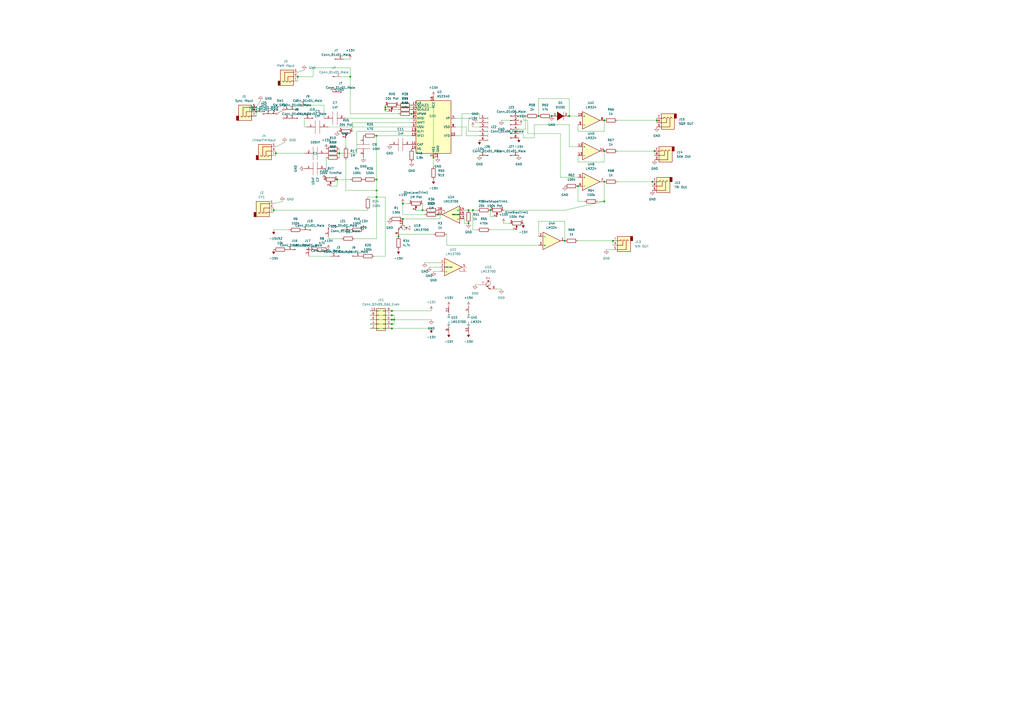
<source format=kicad_sch>
(kicad_sch (version 20211123) (generator eeschema)
  (paper "A2")
  (lib_symbols
    (symbol "Amplifier_Operational:LM13700" (pin_names (offset 0.127))
      (property "Reference" "U" (at 3.81 5.08 0))
      (property "Value" "LM13700" (at 5.08 -5.08 0))
      (symbol "LM13700_1_1"
        (pin output line (at 7.62 0 180) (length 2.54) (name "~") (number "12"))
        (pin input line (at -7.62 2.54 0) (length 2.54) (name "-") (number "13"))
        (pin input line (at -7.62 -2.54 0) (length 2.54) (name "+") (number "14"))
        (pin input line (at -7.62 0 0) (length 2.54) (name "DIODE_BIAS") (number "15"))
        (pin input line (at 7.62 -2.54 180) (length 2.54) (name "~") (number "16"))
      )
      (symbol "LM13700_2_1"
        (text "V+" (at -2.54 3.81 0) (effects (font (size 1.27 1.27))))
        (pin input line (at -7.62 0 0) (length 3.81) (name "~") (number "10"))
        (pin output line (at 2.54 -2.54 180) (length 3.81) (name "~") (number "9"))
      )
      (symbol "LM13700_3_1"
        (pin input line (at 7.62 -2.54 180) (length 2.54) (name "~") (number "1"))
        (pin input line (at -7.62 0 0) (length 2.54) (name "DIODE_BIAS") (number "2"))
        (pin input line (at -7.62 -2.54 0) (length 2.54) (name "+") (number "3"))
        (pin input line (at -7.62 2.54 0) (length 2.54) (name "-") (number "4"))
        (pin output line (at 7.62 0 180) (length 2.54) (name "~") (number "5"))
      )
      (symbol "LM13700_4_0"
        (text "V+" (at -2.54 3.81 0) (effects (font (size 1.27 1.27))))
      )
      (symbol "LM13700_4_1"
        (pin input line (at -7.62 0 0) (length 3.81) (name "~") (number "7"))
        (pin output line (at 2.54 -2.54 180) (length 3.81) (name "~") (number "8"))
      )
      (symbol "LM13700_5_1"
        (pin power_in line (at -2.54 7.62 270) (length 3.81) (name "V+") (number "11"))
        (pin power_in line (at -2.54 -7.62 90) (length 3.81) (name "V-") (number "6"))
      )
    )
    (symbol "Amplifier_Operational:LM324" (pin_names (offset 0.127))
      (property "Reference" "U" (at 0 5.08 0))
      (property "Value" "LM324" (at 0 -5.08 0))
      (symbol "LM324_1_1"
        (pin output line (at 7.62 0 180) (length 2.54) (name "~") (number "1"))
        (pin input line (at -7.62 -2.54 0) (length 2.54) (name "-") (number "2"))
        (pin input line (at -7.62 2.54 0) (length 2.54) (name "+") (number "3"))
      )
      (symbol "LM324_2_1"
        (pin input line (at -7.62 2.54 0) (length 2.54) (name "+") (number "5"))
        (pin input line (at -7.62 -2.54 0) (length 2.54) (name "-") (number "6"))
        (pin output line (at 7.62 0 180) (length 2.54) (name "~") (number "7"))
      )
      (symbol "LM324_3_1"
        (pin input line (at -7.62 2.54 0) (length 2.54) (name "+") (number "10"))
        (pin output line (at 7.62 0 180) (length 2.54) (name "~") (number "8"))
        (pin input line (at -7.62 -2.54 0) (length 2.54) (name "-") (number "9"))
      )
      (symbol "LM324_4_1"
        (pin input line (at -7.62 2.54 0) (length 2.54) (name "+") (number "12"))
        (pin input line (at -7.62 -2.54 0) (length 2.54) (name "-") (number "13"))
        (pin output line (at 7.62 0 180) (length 2.54) (name "~") (number "14"))
      )
      (symbol "LM324_5_1"
        (pin power_in line (at -2.54 -7.62 90) (length 3.81) (name "V-") (number "11"))
        (pin power_in line (at -2.54 7.62 270) (length 3.81) (name "V+") (number "4"))
      )
    )
    (symbol "Audio:AS3340"
      (property "Reference" "U" (at -5.08 17.78 0))
      (property "Value" "AS3340" (at 5.08 17.78 0))
      (symbol "AS3340_1_1"
        (pin input line (at -12.7 12.7 0) (length 2.54) (name "SCALE1") (number "1"))
        (pin output line (at 12.7 -5.08 180) (length 2.54) (name "VTO") (number "10"))
        (pin passive line (at -12.7 -10.16 0) (length 2.54) (name "CAP") (number "11"))
        (pin power_in line (at 2.54 -17.78 90) (length 2.54) (name "GND") (number "12"))
        (pin input line (at -12.7 -2.54 0) (length 2.54) (name "VLFI") (number "13"))
        (pin passive line (at -12.7 -12.7 0) (length 2.54) (name "VS") (number "14"))
        (pin input line (at -12.7 -5.08 0) (length 2.54) (name "VFCI") (number "15"))
        (pin power_in line (at 0 17.78 270) (length 2.54) (name "VCC") (number "16"))
        (pin input line (at -12.7 10.16 0) (length 2.54) (name "SCALE2") (number "2"))
        (pin power_in line (at 0 -17.78 90) (length 2.54) (name "VEE") (number "3"))
        (pin output line (at 12.7 5.08 180) (length 2.54) (name "VP") (number "4"))
        (pin input line (at -12.7 7.62 0) (length 2.54) (name "VPWM") (number "5"))
        (pin input line (at -12.7 5.08 0) (length 2.54) (name "VHSI") (number "6"))
        (pin input line (at -12.7 2.54 0) (length 2.54) (name "VHFT") (number "7"))
        (pin output line (at 12.7 0 180) (length 2.54) (name "VSO") (number "8"))
        (pin input line (at -12.7 0 0) (length 2.54) (name "VSSI") (number "9"))
      )
    )
    (symbol "Connector:AudioJack3"
      (property "Reference" "J" (at 0 8.89 0))
      (property "Value" "AudioJack3" (at 0 6.35 0))
      (symbol "AudioJack3_1_1"
        (pin passive line (at 5.08 0 180) (length 2.54) (name "~") (number "R"))
        (pin passive line (at 5.08 2.54 180) (length 2.54) (name "~") (number "S"))
        (pin passive line (at 5.08 -2.54 180) (length 2.54) (name "~") (number "T"))
      )
    )
    (symbol "Connector:Conn_01x01_Male" (pin_names (offset 1.016) hide)
      (property "Reference" "J" (at 0 2.54 0))
      (property "Value" "Conn_01x01_Male" (at 0 -2.54 0))
      (symbol "Conn_01x01_Male_1_1"
        (pin passive line (at 5.08 0 180) (length 3.81) (name "Pin_1") (number "1"))
      )
    )
    (symbol "Connector:Conn_01x06_Female" (pin_names (offset 1.016) hide)
      (property "Reference" "J" (at 0 7.62 0))
      (property "Value" "Conn_01x06_Female" (at 0 -10.16 0))
      (symbol "Conn_01x06_Female_1_1"
        (pin passive line (at -5.08 5.08 0) (length 3.81) (name "Pin_1") (number "1"))
        (pin passive line (at -5.08 2.54 0) (length 3.81) (name "Pin_2") (number "2"))
        (pin passive line (at -5.08 0 0) (length 3.81) (name "Pin_3") (number "3"))
        (pin passive line (at -5.08 -2.54 0) (length 3.81) (name "Pin_4") (number "4"))
        (pin passive line (at -5.08 -5.08 0) (length 3.81) (name "Pin_5") (number "5"))
        (pin passive line (at -5.08 -7.62 0) (length 3.81) (name "Pin_6") (number "6"))
      )
    )
    (symbol "Connector:Conn_01x06_Male" (pin_names (offset 1.016) hide)
      (property "Reference" "J" (at 0 7.62 0))
      (property "Value" "Conn_01x06_Male" (at 0 -10.16 0))
      (symbol "Conn_01x06_Male_1_1"
        (pin passive line (at 5.08 5.08 180) (length 3.81) (name "Pin_1") (number "1"))
        (pin passive line (at 5.08 2.54 180) (length 3.81) (name "Pin_2") (number "2"))
        (pin passive line (at 5.08 0 180) (length 3.81) (name "Pin_3") (number "3"))
        (pin passive line (at 5.08 -2.54 180) (length 3.81) (name "Pin_4") (number "4"))
        (pin passive line (at 5.08 -5.08 180) (length 3.81) (name "Pin_5") (number "5"))
        (pin passive line (at 5.08 -7.62 180) (length 3.81) (name "Pin_6") (number "6"))
      )
    )
    (symbol "Connector_Generic:Conn_02x05_Odd_Even" (pin_names (offset 1.016) hide)
      (property "Reference" "J" (at 1.27 7.62 0))
      (property "Value" "Conn_02x05_Odd_Even" (at 1.27 -7.62 0))
      (symbol "Conn_02x05_Odd_Even_1_1"
        (pin passive line (at -5.08 5.08 0) (length 3.81) (name "Pin_1") (number "1"))
        (pin passive line (at 7.62 -5.08 180) (length 3.81) (name "Pin_10") (number "10"))
        (pin passive line (at 7.62 5.08 180) (length 3.81) (name "Pin_2") (number "2"))
        (pin passive line (at -5.08 2.54 0) (length 3.81) (name "Pin_3") (number "3"))
        (pin passive line (at 7.62 2.54 180) (length 3.81) (name "Pin_4") (number "4"))
        (pin passive line (at -5.08 0 0) (length 3.81) (name "Pin_5") (number "5"))
        (pin passive line (at 7.62 0 180) (length 3.81) (name "Pin_6") (number "6"))
        (pin passive line (at -5.08 -2.54 0) (length 3.81) (name "Pin_7") (number "7"))
        (pin passive line (at 7.62 -2.54 180) (length 3.81) (name "Pin_8") (number "8"))
        (pin passive line (at -5.08 -5.08 0) (length 3.81) (name "Pin_9") (number "9"))
      )
    )
    (symbol "Device:R" (pin_numbers hide) (pin_names (offset 0))
      (property "Reference" "R" (at 2.032 0 90))
      (property "Value" "R" (at 0 0 90))
      (symbol "R_1_1"
        (pin passive line (at 0 3.81 270) (length 1.27) (name "~") (number "1"))
        (pin passive line (at 0 -3.81 90) (length 1.27) (name "~") (number "2"))
      )
    )
    (symbol "Device:R_Potentiometer" (pin_names (offset 1.016) hide)
      (property "Reference" "RV" (at -4.445 0 90))
      (property "Value" "R_Potentiometer" (at -2.54 0 90))
      (symbol "R_Potentiometer_1_1"
        (pin passive line (at 0 3.81 270) (length 1.27) (name "1") (number "1"))
        (pin passive line (at 3.81 0 180) (length 1.27) (name "2") (number "2"))
        (pin passive line (at 0 -3.81 90) (length 1.27) (name "3") (number "3"))
      )
    )
    (symbol "Switch:SW_SPDT" (pin_names (offset 0) hide)
      (property "Reference" "SW" (at 0 4.318 0))
      (property "Value" "SW_SPDT" (at 0 -5.08 0))
      (symbol "SW_SPDT_1_1"
        (pin passive line (at 5.08 2.54 180) (length 2.54) (name "A") (number "1"))
        (pin passive line (at -5.08 0 0) (length 2.54) (name "B") (number "2"))
        (pin passive line (at 5.08 -2.54 180) (length 2.54) (name "C") (number "3"))
      )
    )
    (symbol "power:+15V" (power) (pin_names (offset 0))
      (property "Value" "+15V" (at 0 3.556 0))
      (symbol "+15V_1_1"
        (pin power_in line (at 0 0 90) (length 0) hide (name "+15V") (number "1"))
      )
    )
    (symbol "power:-15V" (power) (pin_names (offset 0))
      (property "Value" "-15V" (at 0 3.81 0))
      (symbol "-15V_0_0"
        (pin power_in line (at 0 0 90) (length 0) hide (name "-15V") (number "1"))
      )
    )
    (symbol "power:GND" (power) (pin_names (offset 0))
      (property "Value" "GND" (at 0 -3.81 0))
      (symbol "GND_1_1"
        (pin power_in line (at 0 0 270) (length 0) hide (name "GND") (number "1"))
      )
    )
    (symbol "pspice:C" (pin_names (offset 0.254))
      (property "Reference" "C" (at 2.54 3.81 90))
      (property "Value" "C" (at 2.54 -3.81 90))
      (symbol "C_1_1"
        (pin passive line (at 0 6.35 270) (length 5.08) (name "~") (number "1"))
        (pin passive line (at 0 -6.35 90) (length 5.08) (name "~") (number "2"))
      )
    )
    (symbol "pspice:DIODE" (pin_names (offset 1.016) hide)
      (property "Reference" "D" (at 0 3.81 0))
      (property "Value" "DIODE" (at 0 -4.445 0))
      (symbol "DIODE_1_1"
        (pin input line (at -5.08 0 0) (length 3.81) (name "K") (number "1"))
        (pin input line (at 5.08 0 180) (length 3.81) (name "A") (number "2"))
      )
    )
  )
  (junction (at 227.33 187.96))
  (junction (at 335.28 107.95))
  (junction (at 350.52 116.84))
  (junction (at 350.52 87.63))
  (junction (at 350.52 69.85))
  (junction (at 233.68 127))
  (junction (at 330.2 67.31))
  (junction (at 231.14 137.16))
  (junction (at 378.46 105.41))
  (junction (at 218.44 114.3))
  (junction (at 238.76 66.04))
  (junction (at 251.46 91.44))
  (junction (at 148.59 64.77))
  (junction (at 195.58 104.14))
  (junction (at 172.72 44.45))
  (junction (at 312.42 67.31))
  (junction (at 254 124.46))
  (junction (at 218.44 78.74))
  (junction (at 196.85 88.9))
  (junction (at 203.2 44.45))
  (junction (at 245.11 121.92))
  (junction (at 227.33 180.34))
  (junction (at 227.33 182.88))
  (junction (at 233.68 118.11))
  (junction (at 160.02 88.9))
  (junction (at 218.44 104.14))
  (junction (at 223.52 62.23))
  (junction (at 274.32 121.92))
  (junction (at 379.73 87.63))
  (junction (at 228.6 185.42))
  (junction (at 271.78 129.54))
  (junction (at 350.52 105.41))
  (junction (at 218.44 110.49))
  (junction (at 381 69.85))
  (junction (at 284.48 121.92))
  (junction (at 327.66 139.7))
  (junction (at 223.52 63.5))
  (junction (at 271.78 121.92))
  (junction (at 158.75 121.92))
  (junction (at 355.6 139.7))
  (junction (at 320.04 67.31))
  (junction (at 227.33 185.42))
  (junction (at 227.33 190.5))
  (wire (pts (xy 228.6 185.42) (xy 250.19 185.42)))
  (wire (pts (xy 379.73 87.63) (xy 379.73 90.17)))
  (wire (pts (xy 187.96 60.96) (xy 173.99 60.96)))
  (wire (pts (xy 238.76 71.12) (xy 204.47 71.12)))
  (wire (pts (xy 270.51 78.74) (xy 278.13 78.74)))
  (wire (pts (xy 223.52 63.5) (xy 223.52 62.23)))
  (wire (pts (xy 214.63 182.88) (xy 227.33 182.88)))
  (wire (pts (xy 312.42 128.27) (xy 327.66 128.27)))
  (wire (pts (xy 248.92 154.94) (xy 255.27 154.94)))
  (wire (pts (xy 330.2 72.39) (xy 309.88 72.39)))
  (wire (pts (xy 300.99 72.39) (xy 302.26 72.39)))
  (wire (pts (xy 223.52 114.3) (xy 223.52 148.59)))
  (wire (pts (xy 330.2 57.15) (xy 312.42 57.15)))
  (wire (pts (xy 284.48 125.73) (xy 288.29 125.73)))
  (wire (pts (xy 259.08 135.89) (xy 259.08 142.24)))
  (wire (pts (xy 214.63 185.42) (xy 227.33 185.42)))
  (wire (pts (xy 203.2 44.45) (xy 203.2 39.37)))
  (wire (pts (xy 306.07 77.47) (xy 306.07 69.85)))
  (wire (pts (xy 378.46 105.41) (xy 378.46 107.95)))
  (wire (pts (xy 233.68 127) (xy 255.27 127)))
  (wire (pts (xy 160.02 87.63) (xy 160.02 88.9)))
  (wire (pts (xy 251.46 157.48) (xy 255.27 157.48)))
  (wire (pts (xy 303.53 69.85) (xy 303.53 67.31)))
  (wire (pts (xy 205.74 138.43) (xy 218.44 138.43)))
  (wire (pts (xy 231.14 135.89) (xy 231.14 137.16)))
  (wire (pts (xy 233.68 124.46) (xy 246.38 124.46)))
  (wire (pts (xy 227.33 185.42) (xy 228.6 185.42)))
  (wire (pts (xy 227.33 187.96) (xy 228.6 187.96)))
  (wire (pts (xy 350.52 116.84) (xy 327.66 121.92)))
  (wire (pts (xy 190.5 137.16) (xy 190.5 138.43)))
  (wire (pts (xy 195.58 104.14) (xy 203.2 104.14)))
  (wire (pts (xy 351.79 144.78) (xy 355.6 144.78)))
  (wire (pts (xy 358.14 69.85) (xy 381 69.85)))
  (wire (pts (xy 218.44 110.49) (xy 218.44 114.3)))
  (wire (pts (xy 350.52 105.41) (xy 350.52 116.84)))
  (wire (pts (xy 278.13 68.58) (xy 278.13 66.04)))
  (wire (pts (xy 158.75 121.92) (xy 158.75 123.19)))
  (wire (pts (xy 304.8 74.93) (xy 300.99 74.93)))
  (wire (pts (xy 259.08 142.24) (xy 312.42 142.24)))
  (wire (pts (xy 158.75 120.65) (xy 158.75 121.92)))
  (wire (pts (xy 271.78 68.58) (xy 264.16 68.58)))
  (wire (pts (xy 163.83 116.84) (xy 158.75 118.11)))
  (wire (pts (xy 151.13 58.42) (xy 148.59 62.23)))
  (wire (pts (xy 350.52 76.2) (xy 350.52 69.85)))
  (wire (pts (xy 179.07 148.59) (xy 191.77 148.59)))
  (wire (pts (xy 330.2 67.31) (xy 335.28 67.31)))
  (wire (pts (xy 271.78 76.2) (xy 271.78 68.58)))
  (wire (pts (xy 325.12 77.47) (xy 325.12 102.87)))
  (wire (pts (xy 227.33 64.77) (xy 223.52 64.77)))
  (wire (pts (xy 335.28 76.2) (xy 350.52 76.2)))
  (wire (pts (xy 227.33 182.88) (xy 228.6 182.88)))
  (wire (pts (xy 195.58 76.2) (xy 196.85 76.2)))
  (wire (pts (xy 358.14 105.41) (xy 378.46 105.41)))
  (wire (pts (xy 335.28 93.98) (xy 350.52 93.98)))
  (wire (pts (xy 218.44 78.74) (xy 238.76 78.74)))
  (wire (pts (xy 165.1 82.55) (xy 160.02 85.09)))
  (wire (pts (xy 325.12 77.47) (xy 306.07 77.47)))
  (wire (pts (xy 217.17 148.59) (xy 223.52 148.59)))
  (wire (pts (xy 335.28 107.95) (xy 335.28 116.84)))
  (wire (pts (xy 274.32 133.35) (xy 276.86 133.35)))
  (wire (pts (xy 200.66 92.71) (xy 200.66 110.49)))
  (wire (pts (xy 251.46 96.52) (xy 251.46 91.44)))
  (wire (pts (xy 303.53 80.01) (xy 303.53 77.47)))
  (wire (pts (xy 335.28 116.84) (xy 339.09 116.84)))
  (wire (pts (xy 214.63 190.5) (xy 227.33 190.5)))
  (wire (pts (xy 278.13 66.04) (xy 267.97 66.04)))
  (wire (pts (xy 233.68 118.11) (xy 237.49 118.11)))
  (wire (pts (xy 290.83 69.85) (xy 300.99 69.85)))
  (wire (pts (xy 198.12 44.45) (xy 203.2 44.45)))
  (wire (pts (xy 181.61 39.37) (xy 181.61 44.45)))
  (wire (pts (xy 270.51 73.66) (xy 270.51 78.74)))
  (wire (pts (xy 190.5 73.66) (xy 238.76 73.66)))
  (wire (pts (xy 304.8 67.31) (xy 304.8 74.93)))
  (wire (pts (xy 199.39 34.29) (xy 203.2 34.29)))
  (wire (pts (xy 303.53 77.47) (xy 300.99 77.47)))
  (wire (pts (xy 325.12 102.87) (xy 335.28 102.87)))
  (wire (pts (xy 335.28 72.39) (xy 335.28 76.2)))
  (wire (pts (xy 312.42 57.15) (xy 312.42 67.31)))
  (wire (pts (xy 214.63 180.34) (xy 227.33 180.34)))
  (wire (pts (xy 200.66 80.01) (xy 200.66 85.09)))
  (wire (pts (xy 269.24 129.54) (xy 271.78 129.54)))
  (wire (pts (xy 227.33 180.34) (xy 250.19 180.34)))
  (wire (pts (xy 176.53 40.64) (xy 172.72 41.91)))
  (wire (pts (xy 218.44 114.3) (xy 218.44 138.43)))
  (wire (pts (xy 228.6 182.88) (xy 228.6 185.42)))
  (wire (pts (xy 267.97 78.74) (xy 264.16 78.74)))
  (wire (pts (xy 330.2 67.31) (xy 330.2 57.15)))
  (wire (pts (xy 203.2 66.04) (xy 231.14 66.04)))
  (wire (pts (xy 196.85 86.36) (xy 196.85 88.9)))
  (wire (pts (xy 381 69.85) (xy 381 71.12)))
  (wire (pts (xy 309.88 72.39) (xy 309.88 80.01)))
  (wire (pts (xy 148.59 64.77) (xy 148.59 67.31)))
  (wire (pts (xy 284.48 133.35) (xy 299.72 133.35)))
  (wire (pts (xy 231.14 135.89) (xy 251.46 135.89)))
  (wire (pts (xy 207.01 76.2) (xy 238.76 76.2)))
  (wire (pts (xy 350.52 93.98) (xy 350.52 87.63)))
  (wire (pts (xy 207.01 76.2) (xy 207.01 88.9)))
  (wire (pts (xy 172.72 44.45) (xy 181.61 44.45)))
  (wire (pts (xy 191.77 107.95) (xy 195.58 107.95)))
  (wire (pts (xy 271.78 121.92) (xy 274.32 121.92)))
  (wire (pts (xy 213.36 114.3) (xy 218.44 114.3)))
  (wire (pts (xy 223.52 64.77) (xy 223.52 63.5)))
  (wire (pts (xy 223.52 62.23) (xy 223.52 60.96)))
  (wire (pts (xy 284.48 121.92) (xy 284.48 125.73)))
  (wire (pts (xy 233.68 118.11) (xy 233.68 124.46)))
  (wire (pts (xy 172.72 44.45) (xy 172.72 46.99)))
  (wire (pts (xy 335.28 90.17) (xy 335.28 93.98)))
  (wire (pts (xy 241.3 121.92) (xy 245.11 121.92)))
  (wire (pts (xy 251.46 62.23) (xy 251.46 91.44)))
  (wire (pts (xy 327.66 121.92) (xy 292.1 121.92)))
  (wire (pts (xy 223.52 63.5) (xy 231.14 63.5)))
  (wire (pts (xy 223.52 62.23) (xy 251.46 62.23)))
  (wire (pts (xy 278.13 76.2) (xy 271.78 76.2)))
  (wire (pts (xy 177.8 73.66) (xy 176.53 73.66)))
  (wire (pts (xy 196.85 91.44) (xy 196.85 88.9)))
  (wire (pts (xy 158.75 133.35) (xy 167.64 133.35)))
  (wire (pts (xy 309.88 80.01) (xy 303.53 80.01)))
  (wire (pts (xy 158.75 121.92) (xy 213.36 121.92)))
  (wire (pts (xy 274.32 121.92) (xy 276.86 121.92)))
  (wire (pts (xy 218.44 78.74) (xy 218.44 104.14)))
  (wire (pts (xy 245.11 118.11) (xy 245.11 121.92)))
  (wire (pts (xy 300.99 67.31) (xy 303.53 67.31)))
  (wire (pts (xy 218.44 104.14) (xy 218.44 110.49)))
  (wire (pts (xy 200.66 110.49) (xy 218.44 110.49)))
  (wire (pts (xy 358.14 87.63) (xy 379.73 87.63)))
  (wire (pts (xy 275.59 165.1) (xy 278.13 165.1)))
  (wire (pts (xy 274.32 121.92) (xy 274.32 133.35)))
  (wire (pts (xy 335.28 139.7) (xy 355.6 139.7)))
  (wire (pts (xy 350.52 116.84) (xy 346.71 116.84)))
  (wire (pts (xy 218.44 114.3) (xy 223.52 114.3)))
  (wire (pts (xy 228.6 185.42) (xy 228.6 187.96)))
  (wire (pts (xy 330.2 85.09) (xy 335.28 85.09)))
  (wire (pts (xy 246.38 152.4) (xy 255.27 152.4)))
  (wire (pts (xy 255.27 127) (xy 255.27 124.46)))
  (wire (pts (xy 267.97 66.04) (xy 267.97 78.74)))
  (wire (pts (xy 176.53 68.58) (xy 176.53 73.66)))
  (wire (pts (xy 245.11 121.92) (xy 246.38 121.92)))
  (wire (pts (xy 274.32 73.66) (xy 278.13 73.66)))
  (wire (pts (xy 288.29 167.64) (xy 290.83 167.64)))
  (wire (pts (xy 214.63 187.96) (xy 227.33 187.96)))
  (wire (pts (xy 204.47 71.12) (xy 204.47 76.2)))
  (wire (pts (xy 306.07 69.85) (xy 303.53 69.85)))
  (wire (pts (xy 176.53 88.9) (xy 160.02 88.9)))
  (wire (pts (xy 269.24 127) (xy 269.24 129.54)))
  (wire (pts (xy 312.42 137.16) (xy 312.42 128.27)))
  (wire (pts (xy 203.2 44.45) (xy 203.2 66.04)))
  (wire (pts (xy 203.2 39.37) (xy 181.61 39.37)))
  (wire (pts (xy 195.58 107.95) (xy 195.58 104.14)))
  (wire (pts (xy 189.23 91.44) (xy 189.23 97.79)))
  (wire (pts (xy 187.96 60.96) (xy 187.96 68.58)))
  (wire (pts (xy 355.6 139.7) (xy 355.6 142.24)))
  (wire (pts (xy 292.1 129.54) (xy 295.91 129.54)))
  (wire (pts (xy 207.01 88.9) (xy 196.85 88.9)))
  (wire (pts (xy 264.16 73.66) (xy 270.51 73.66)))
  (wire (pts (xy 330.2 72.39) (xy 330.2 85.09)))
  (wire (pts (xy 200.66 68.58) (xy 238.76 68.58)))
  (wire (pts (xy 160.02 88.9) (xy 160.02 90.17)))
  (wire (pts (xy 381 68.58) (xy 381 69.85)))
  (wire (pts (xy 255.27 124.46) (xy 254 124.46)))
  (wire (pts (xy 327.66 128.27) (xy 327.66 139.7)))
  (wire (pts (xy 227.33 190.5) (xy 250.19 190.5)))
  (wire (pts (xy 190.5 138.43) (xy 198.12 138.43)))
  (wire (pts (xy 275.59 71.12) (xy 278.13 71.12)))
  (wire (pts (xy 269.24 121.92) (xy 271.78 121.92)))
  (symbol (lib_id "Connector:AudioJack3") (at 153.67 120.65 0) (unit 1)
    (property "Reference" "J2" (at 151.765 111.76 0))
    (property "Value" "CV1" (at 151.765 114.3 0))
    (property "Footprint" "Connector_Audio:Jack_3.5mm_Switronic_ST-005-G_horizontal" (effects hide))
  )
  (symbol (lib_id "power:GND") (at 163.83 116.84 180) (unit 1)
    (property "Reference" "#PWR0121" (effects hide))
    (property "Value" "GND" (at 166.37 115.5699 0) (effects (justify right)))
  )
  (symbol (lib_id "Amplifier_Operational:LM13700") (at 262.89 185.42 0) (unit 5)
    (property "Reference" "U1" (at 261.62 184.1499 0) (effects (justify left)))
    (property "Value" "LM13700" (at 261.62 186.6899 0) (effects (justify left)))
    (property "Footprint" "Package_DIP:DIP-16_W7.62mm" (effects hide))
    (property "Datasheet" "http://www.ti.com/lit/ds/symlink/lm13700.pdf" (effects hide))
  )
  (symbol (lib_id "Device:R") (at 231.14 140.97 180) (unit 1)
    (property "Reference" "R34" (at 233.68 139.6999 0) (effects (justify right)))
    (property "Value" "4.7k" (at 233.68 142.2399 0) (effects (justify right)))
    (property "Footprint" "Resistor_SMD:R_1206_3216Metric_Pad1.30x1.75mm_HandSolder" (effects hide))
  )
  (symbol (lib_id "Amplifier_Operational:LM324") (at 342.9 87.63 0) (unit 4)
    (property "Reference" "U4" (at 342.9 77.47 0))
    (property "Value" "LM324" (at 342.9 80.01 0))
    (property "Footprint" "Package_DIP:DIP-14_W7.62mm" (effects hide))
    (property "Datasheet" "http://www.ti.com/lit/ds/symlink/lm2902-n.pdf" (effects hide))
  )
  (symbol (lib_id "pspice:DIODE") (at 325.12 67.31 0) (unit 1)
    (property "Reference" "D1" (at 325.12 59.69 0))
    (property "Value" "DIODE" (at 325.12 62.23 0))
    (property "Footprint" "Capacitor_THT:C_Disc_D3.0mm_W1.6mm_P2.50mm" (effects hide))
  )
  (symbol (lib_id "Connector:AudioJack3") (at 167.64 44.45 0) (unit 1)
    (property "Reference" "J5" (at 165.735 35.56 0))
    (property "Value" "PWM INput" (at 165.735 38.1 0))
    (property "Footprint" "Connector_Audio:Jack_3.5mm_Switronic_ST-005-G_horizontal" (effects hide))
  )
  (symbol (lib_id "power:+15V") (at 260.35 177.8 0) (unit 1)
    (property "Reference" "#PWR0161" (effects hide))
    (property "Value" "+15V" (at 260.35 172.72 0))
  )
  (symbol (lib_id "power:GND") (at 250.19 185.42 0) (unit 1)
    (property "Reference" "#PWR0109" (effects hide))
    (property "Value" "GND" (at 250.19 190.5 0))
  )
  (symbol (lib_id "Device:R") (at 280.67 133.35 90) (unit 1)
    (property "Reference" "R55" (at 280.67 127 90))
    (property "Value" "470k" (at 280.67 129.54 90))
    (property "Footprint" "Resistor_SMD:R_1206_3216Metric_Pad1.30x1.75mm_HandSolder" (effects hide))
  )
  (symbol (lib_id "Device:R") (at 213.36 118.11 0) (unit 1)
    (property "Reference" "R24" (at 215.9 116.8399 0) (effects (justify left)))
    (property "Value" "100k" (at 215.9 119.3799 0) (effects (justify left)))
    (property "Footprint" "Resistor_SMD:R_1206_3216Metric_Pad1.30x1.75mm_HandSolder" (effects hide))
  )
  (symbol (lib_id "power:GND") (at 226.06 83.82 0) (unit 1)
    (property "Reference" "#PWR0116" (effects hide))
    (property "Value" "GND" (at 226.06 88.9 0))
  )
  (symbol (lib_id "Device:R_Potentiometer") (at 191.77 104.14 270) (unit 1)
    (property "Reference" "RV7" (at 191.77 97.79 90))
    (property "Value" "100k TrimPot" (at 191.77 100.33 90))
    (property "Footprint" "Potentiometer_THT:Potentiometer_ACP_CA6-H2,5_Horizontal" (effects hide))
  )
  (symbol (lib_id "Device:R") (at 280.67 121.92 90) (unit 1)
    (property "Reference" "R54" (at 279.4 116.84 90))
    (property "Value" "20k" (at 279.4 119.38 90))
    (property "Footprint" "Resistor_SMD:R_1206_3216Metric_Pad1.30x1.75mm_HandSolder" (effects hide))
  )
  (symbol (lib_id "power:-15V") (at 278.13 81.28 180) (unit 1)
    (property "Reference" "#PWR02" (effects hide))
    (property "Value" "-15V" (at 278.13 86.36 0))
  )
  (symbol (lib_id "Device:R") (at 213.36 148.59 90) (unit 1)
    (property "Reference" "R20" (at 213.36 142.24 90))
    (property "Value" "100k" (at 213.36 144.78 90))
    (property "Footprint" "Resistor_SMD:R_1206_3216Metric_Pad1.30x1.75mm_HandSolder" (effects hide))
  )
  (symbol (lib_id "Connector:AudioJack3") (at 386.08 71.12 180) (unit 1)
    (property "Reference" "J15" (at 393.7 69.2149 0) (effects (justify right)))
    (property "Value" "SQR OUT" (at 393.7 71.7549 0) (effects (justify right)))
    (property "Footprint" "Connector_Audio:Jack_3.5mm_Switronic_ST-005-G_horizontal" (effects hide))
  )
  (symbol (lib_id "power:+15V") (at 302.26 72.39 0) (unit 1)
    (property "Reference" "#PWR05" (effects hide))
    (property "Value" "+15V" (at 302.26 67.31 0))
  )
  (symbol (lib_id "Audio:AS3340") (at 251.46 73.66 0) (unit 1)
    (property "Reference" "U2" (at 253.4794 53.34 0) (effects (justify left)))
    (property "Value" "AS3340" (at 253.4794 55.88 0) (effects (justify left)))
    (property "Footprint" "Package_DIP:DIP-16_W7.62mm" (effects hide))
    (property "Datasheet" "http://www.alfarzpp.lv/eng/sc/AS3340.pdf" (effects hide))
  )
  (symbol (lib_id "power:GND") (at 251.46 157.48 0) (unit 1)
    (property "Reference" "#PWR0126" (effects hide))
    (property "Value" "GND" (at 251.46 162.56 0))
  )
  (symbol (lib_id "Device:R") (at 271.78 125.73 180) (unit 1)
    (property "Reference" "R51" (at 274.32 124.4599 0) (effects (justify right)))
    (property "Value" "1k" (at 274.32 126.9999 0) (effects (justify right)))
    (property "Footprint" "Resistor_SMD:R_1206_3216Metric_Pad1.30x1.75mm_HandSolder" (effects hide))
  )
  (symbol (lib_id "Connector:Conn_01x01_Male") (at 190.5 132.08 270) (unit 1)
    (property "Reference" "J20" (at 191.77 131.4449 90) (effects (justify left)))
    (property "Value" "Conn_01x01_Male" (at 191.77 133.9849 90) (effects (justify left)))
    (property "Footprint" "Connector_PinHeader_2.54mm:PinHeader_1x01_P2.54mm_Vertical" (effects hide))
  )
  (symbol (lib_id "Device:R") (at 331.47 139.7 90) (unit 1)
    (property "Reference" "R69" (at 331.47 133.35 90))
    (property "Value" "1k" (at 331.47 135.89 90))
    (property "Footprint" "Resistor_SMD:R_1206_3216Metric_Pad1.30x1.75mm_HandSolder" (effects hide))
  )
  (symbol (lib_id "Device:R") (at 354.33 69.85 90) (unit 1)
    (property "Reference" "R66" (at 354.33 63.5 90))
    (property "Value" "1k" (at 354.33 66.04 90))
    (property "Footprint" "Resistor_SMD:R_1206_3216Metric_Pad1.30x1.75mm_HandSolder" (effects hide))
  )
  (symbol (lib_id "power:+15V") (at 274.32 73.66 0) (unit 1)
    (property "Reference" "#PWR01" (effects hide))
    (property "Value" "+15V" (at 274.32 68.58 0))
  )
  (symbol (lib_id "power:GND") (at 275.59 165.1 0) (unit 1)
    (property "Reference" "#PWR0117" (effects hide))
    (property "Value" "GND" (at 275.59 170.18 0))
  )
  (symbol (lib_id "Device:R") (at 250.19 124.46 90) (unit 1)
    (property "Reference" "R37" (at 250.19 118.11 90))
    (property "Value" "1M" (at 250.19 120.65 90))
    (property "Footprint" "Resistor_THT:R_Axial_DIN0204_L3.6mm_D1.6mm_P5.08mm_Horizontal" (effects hide))
  )
  (symbol (lib_id "power:GND") (at 381 73.66 0) (unit 1)
    (property "Reference" "#PWR0164" (effects hide))
    (property "Value" "GND" (at 381 78.74 0))
  )
  (symbol (lib_id "power:+15V") (at 292.1 129.54 0) (unit 1)
    (property "Reference" "#PWR0157" (effects hide))
    (property "Value" "+15V" (at 292.1 124.46 0))
  )
  (symbol (lib_id "Amplifier_Operational:LM13700") (at 262.89 154.94 0) (unit 3)
    (property "Reference" "U1" (at 262.89 144.78 0))
    (property "Value" "LM13700" (at 262.89 147.32 0))
    (property "Footprint" "Package_DIP:DIP-16_W7.62mm" (effects hide))
    (property "Datasheet" "http://www.ti.com/lit/ds/symlink/lm13700.pdf" (effects hide))
  )
  (symbol (lib_id "power:+15V") (at 210.82 133.35 0) (unit 1)
    (property "Reference" "#PWR0122" (effects hide))
    (property "Value" "+15V" (at 210.82 128.27 0))
  )
  (symbol (lib_id "pspice:C") (at 182.88 88.9 270) (unit 1)
    (property "Reference" "C1" (at 182.88 88.9 90))
    (property "Value" "100nf" (at 182.88 82.55 90))
    (property "Footprint" "Capacitor_THT:C_Disc_D3.0mm_W1.6mm_P2.50mm" (effects hide))
  )
  (symbol (lib_id "power:GND") (at 195.58 76.2 0) (unit 1)
    (property "Reference" "#PWR0106" (effects hide))
    (property "Value" "GND" (at 198.12 77.4699 0) (effects (justify left)))
  )
  (symbol (lib_id "power:-15V") (at 251.46 104.14 180) (unit 1)
    (property "Reference" "#PWR0170" (effects hide))
    (property "Value" "-15V" (at 251.46 109.22 0))
  )
  (symbol (lib_id "power:GND") (at 275.59 71.12 180) (unit 1)
    (property "Reference" "#PWR03" (effects hide))
    (property "Value" "GND" (at 275.59 66.04 0))
  )
  (symbol (lib_id "Connector:Conn_01x01_Male") (at 198.12 53.34 180) (unit 1)
    (property "Reference" "J?" (at 197.485 48.26 0))
    (property "Value" "Conn_01x01_Male" (at 197.485 50.8 0))
    (property "Footprint" "Connector_PinHeader_2.54mm:PinHeader_1x01_P2.54mm_Vertical" (effects hide))
  )
  (symbol (lib_id "Connector:Conn_01x06_Male") (at 295.91 72.39 0) (unit 1)
    (property "Reference" "J23" (at 296.545 62.23 0))
    (property "Value" "Conn_01x06_Male" (at 296.545 64.77 0))
    (property "Footprint" "Connector_PinHeader_2.54mm:PinHeader_1x06_P2.54mm_Vertical" (effects hide))
  )
  (symbol (lib_id "Device:R") (at 234.95 63.5 90) (unit 1)
    (property "Reference" "R39" (at 234.95 57.15 90))
    (property "Value" "5.6k" (at 234.95 59.69 90))
    (property "Footprint" "Resistor_THT:R_Axial_DIN0204_L3.6mm_D1.6mm_P5.08mm_Horizontal" (effects hide))
  )
  (symbol (lib_id "Connector:Conn_01x01_Male") (at 152.4 66.04 0) (unit 1)
    (property "Reference" "J24" (at 153.035 60.96 0))
    (property "Value" "Conn_01x01_Male" (at 153.035 63.5 0))
    (property "Footprint" "Connector_PinHeader_2.54mm:PinHeader_1x01_P2.54mm_Vertical" (effects hide))
  )
  (symbol (lib_id "Amplifier_Operational:LM13700") (at 233.68 134.62 270) (unit 2)
    (property "Reference" "U1" (at 240.03 130.8099 90) (effects (justify left)))
    (property "Value" "LM13700" (at 240.03 133.3499 90) (effects (justify left)))
    (property "Footprint" "Package_DIP:DIP-16_W7.62mm" (effects hide))
    (property "Datasheet" "http://www.ti.com/lit/ds/symlink/lm13700.pdf" (effects hide))
  )
  (symbol (lib_id "power:GND") (at 246.38 152.4 0) (unit 1)
    (property "Reference" "#PWR0119" (effects hide))
    (property "Value" "GND" (at 246.38 157.48 0))
  )
  (symbol (lib_id "Device:R") (at 250.19 121.92 90) (unit 1)
    (property "Reference" "R36" (at 250.19 115.57 90))
    (property "Value" "100k" (at 250.19 118.11 90))
    (property "Footprint" "Resistor_SMD:R_1206_3216Metric_Pad1.30x1.75mm_HandSolder" (effects hide))
  )
  (symbol (lib_id "Device:R_Potentiometer") (at 200.66 76.2 270) (unit 1)
    (property "Reference" "RV5" (at 200.66 69.85 90))
    (property "Value" "20k Pot" (at 200.66 72.39 90))
    (property "Footprint" "Potentiometer_THT:Potentiometer_ACP_CA6-H2,5_Horizontal" (effects hide))
  )
  (symbol (lib_id "Connector:AudioJack3") (at 384.81 90.17 180) (unit 1)
    (property "Reference" "J14" (at 392.43 88.2649 0) (effects (justify right)))
    (property "Value" "SAW OUt" (at 392.43 90.8049 0) (effects (justify right)))
    (property "Footprint" "Connector_Audio:Jack_3.5mm_Switronic_ST-005-G_horizontal" (effects hide))
  )
  (symbol (lib_id "Device:R_Potentiometer") (at 227.33 60.96 270) (unit 1)
    (property "Reference" "RV9" (at 227.33 54.61 90))
    (property "Value" "10k Pot" (at 227.33 57.15 90))
    (property "Footprint" "Potentiometer_THT:Potentiometer_ACP_CA6-H2,5_Horizontal" (effects hide))
  )
  (symbol (lib_id "power:GND") (at 248.92 154.94 0) (unit 1)
    (property "Reference" "#PWR0120" (effects hide))
    (property "Value" "GND" (at 248.92 160.02 0))
  )
  (symbol (lib_id "Device:R") (at 242.57 66.04 90) (unit 1)
    (property "Reference" "R48" (at 242.57 59.69 90))
    (property "Value" "47k" (at 242.57 62.23 90))
    (property "Footprint" "Resistor_THT:R_Axial_DIN0204_L3.6mm_D1.6mm_P5.08mm_Horizontal" (effects hide))
  )
  (symbol (lib_id "Device:R") (at 316.23 67.31 90) (unit 1)
    (property "Reference" "R60" (at 316.23 60.96 90))
    (property "Value" "47k" (at 316.23 63.5 90))
    (property "Footprint" "Resistor_THT:R_Axial_DIN0204_L3.6mm_D1.6mm_P5.08mm_Horizontal" (effects hide))
  )
  (symbol (lib_id "pspice:C") (at 210.82 85.09 0) (unit 1)
    (property "Reference" "C9" (at 215.9 83.8199 0) (effects (justify left)))
    (property "Value" "10nf" (at 215.9 86.3599 0) (effects (justify left)))
    (property "Footprint" "Capacitor_SMD:C_1206_3216Metric_Pad1.33x1.80mm_HandSolder" (effects hide))
  )
  (symbol (lib_id "Connector:Conn_01x01_Male") (at 179.07 60.96 180) (unit 1)
    (property "Reference" "J9" (at 178.435 55.88 0))
    (property "Value" "Conn_01x01_Male" (at 178.435 58.42 0))
    (property "Footprint" "Connector_PinHeader_2.54mm:PinHeader_1x01_P2.54mm_Vertical" (effects hide))
  )
  (symbol (lib_id "Device:R") (at 255.27 135.89 90) (unit 1)
    (property "Reference" "R3" (at 255.27 129.54 90))
    (property "Value" "1k" (at 255.27 132.08 90))
    (property "Footprint" "Resistor_SMD:R_1206_3216Metric_Pad1.30x1.75mm_HandSolder" (effects hide))
  )
  (symbol (lib_id "power:-15V") (at 260.35 193.04 180) (unit 1)
    (property "Reference" "#PWR0159" (effects hide))
    (property "Value" "-15V" (at 260.35 198.12 0))
  )
  (symbol (lib_id "Device:R") (at 234.95 66.04 90) (unit 1)
    (property "Reference" "R40" (at 234.95 59.69 90))
    (property "Value" "47k" (at 234.95 62.23 90))
    (property "Footprint" "Resistor_THT:R_Axial_DIN0204_L3.6mm_D1.6mm_P5.08mm_Horizontal" (effects hide))
  )
  (symbol (lib_id "Device:R") (at 186.69 144.78 90) (unit 1)
    (property "Reference" "R8" (at 186.69 138.43 90))
    (property "Value" "47k" (at 186.69 140.97 90))
    (property "Footprint" "Resistor_THT:R_Axial_DIN0204_L3.6mm_D1.6mm_P5.08mm_Horizontal" (effects hide))
  )
  (symbol (lib_id "power:-15V") (at 271.78 193.04 180) (unit 1)
    (property "Reference" "#PWR0160" (effects hide))
    (property "Value" "-15V" (at 271.78 198.12 0))
  )
  (symbol (lib_id "power:GND") (at 351.79 144.78 0) (unit 1)
    (property "Reference" "#PWR0169" (effects hide))
    (property "Value" "GND" (at 351.79 149.86 0))
  )
  (symbol (lib_id "Switch:SW_SPDT") (at 162.56 66.04 0) (unit 1)
    (property "Reference" "SW1" (at 162.56 58.42 0))
    (property "Value" "SW_SPDT" (at 162.56 60.96 0))
    (property "Footprint" "Potentiometer_THT:Potentiometer_ACP_CA6-H2,5_Horizontal" (effects hide))
  )
  (symbol (lib_id "Connector:Conn_01x01_Male") (at 283.21 90.17 180) (unit 1)
    (property "Reference" "J26" (at 282.575 85.09 0))
    (property "Value" "Conn_01x01_Male" (at 282.575 87.63 0))
    (property "Footprint" "Connector_PinHeader_2.54mm:PinHeader_1x01_P2.54mm_Vertical" (effects hide))
  )
  (symbol (lib_id "power:GND") (at 165.1 82.55 180) (unit 1)
    (property "Reference" "#PWR0104" (effects hide))
    (property "Value" "GND" (at 167.64 81.2799 0) (effects (justify right)))
  )
  (symbol (lib_id "Connector:AudioJack3") (at 154.94 87.63 0) (unit 1)
    (property "Reference" "J4" (at 153.035 78.74 0))
    (property "Value" "LinearFmINput" (at 153.035 81.28 0))
    (property "Footprint" "Connector_Audio:Jack_3.5mm_Switronic_ST-005-G_horizontal" (effects hide))
  )
  (symbol (lib_id "power:GND") (at 254 91.44 0) (unit 1)
    (property "Reference" "#PWR0171" (effects hide))
    (property "Value" "GND" (at 254 96.52 0))
  )
  (symbol (lib_id "Connector:Conn_01x01_Male") (at 179.07 143.51 270) (unit 1)
    (property "Reference" "J18" (at 180.34 142.8749 90) (effects (justify left)))
    (property "Value" "Conn_01x01_Male" (at 180.34 145.4149 90) (effects (justify left)))
    (property "Footprint" "Connector_PinHeader_2.54mm:PinHeader_1x01_P2.54mm_Vertical" (effects hide))
  )
  (symbol (lib_id "power:+15V") (at 190.5 144.78 0) (unit 1)
    (property "Reference" "#PWR0123" (effects hide))
    (property "Value" "+15V" (at 190.5 139.7 0))
  )
  (symbol (lib_id "Device:R") (at 162.56 144.78 90) (unit 1)
    (property "Reference" "R2" (at 162.56 138.43 90))
    (property "Value" "10k" (at 162.56 140.97 90))
    (property "Footprint" "Resistor_SMD:R_1206_3216Metric_Pad1.30x1.75mm_HandSolder" (effects hide))
  )
  (symbol (lib_id "Amplifier_Operational:LM13700") (at 261.62 124.46 180) (unit 1)
    (property "Reference" "U1" (at 261.62 114.3 0))
    (property "Value" "LM13700" (at 261.62 116.84 0))
    (property "Footprint" "Package_DIP:DIP-16_W7.62mm" (effects hide))
    (property "Datasheet" "http://www.ti.com/lit/ds/symlink/lm13700.pdf" (effects hide))
  )
  (symbol (lib_id "Connector:Conn_01x01_Male") (at 198.12 133.35 0) (unit 1)
    (property "Reference" "J21" (at 198.755 128.27 0))
    (property "Value" "Conn_01x01_Male" (at 198.755 130.81 0))
    (property "Footprint" "Connector_PinHeader_2.54mm:PinHeader_1x01_P2.54mm_Vertical" (effects hide))
  )
  (symbol (lib_id "pspice:C") (at 184.15 73.66 90) (unit 1)
    (property "Reference" "C3" (at 184.15 64.77 90))
    (property "Value" "1nf" (at 184.15 67.31 90))
    (property "Footprint" "Capacitor_SMD:C_1206_3216Metric_Pad1.33x1.80mm_HandSolder" (effects hide))
  )
  (symbol (lib_id "power:+15V") (at 233.68 118.11 0) (unit 1)
    (property "Reference" "#PWR0113" (effects hide))
    (property "Value" "+15V" (at 233.68 113.03 0))
  )
  (symbol (lib_id "Device:R") (at 201.93 138.43 90) (unit 1)
    (property "Reference" "R19" (at 210.82 132.08 90))
    (property "Value" "1M" (at 201.93 134.62 90))
    (property "Footprint" "Resistor_THT:R_Axial_DIN0204_L3.6mm_D1.6mm_P5.08mm_Horizontal" (effects hide))
  )
  (symbol (lib_id "power:GND") (at 290.83 69.85 0) (unit 1)
    (property "Reference" "#PWR04" (effects hide))
    (property "Value" "GND" (at 290.83 74.93 0))
  )
  (symbol (lib_id "Device:R") (at 207.01 133.35 90) (unit 1)
    (property "Reference" "R16" (at 207.01 127 90))
    (property "Value" "100k" (at 207.01 129.54 90))
    (property "Footprint" "Resistor_SMD:R_1206_3216Metric_Pad1.30x1.75mm_HandSolder" (effects hide))
  )
  (symbol (lib_id "power:+15V") (at 250.19 180.34 0) (unit 1)
    (property "Reference" "#PWR0110" (effects hide))
    (property "Value" "+15V" (at 250.19 175.26 0))
  )
  (symbol (lib_id "Device:R") (at 171.45 133.35 90) (unit 1)
    (property "Reference" "R6" (at 171.45 127 90))
    (property "Value" "100k" (at 171.45 129.54 90))
    (property "Footprint" "Resistor_SMD:R_1206_3216Metric_Pad1.30x1.75mm_HandSolder" (effects hide))
  )
  (symbol (lib_id "power:GND") (at 320.04 67.31 0) (unit 1)
    (property "Reference" "#PWR0163" (effects hide))
    (property "Value" "GND" (at 320.04 72.39 0))
  )
  (symbol (lib_id "Connector:Conn_01x01_Male") (at 180.34 133.35 180) (unit 1)
    (property "Reference" "J19" (at 179.705 128.27 0))
    (property "Value" "Conn_01x01_Male" (at 179.705 130.81 0))
    (property "Footprint" "Connector_PinHeader_2.54mm:PinHeader_1x01_P2.54mm_Vertical" (effects hide))
  )
  (symbol (lib_id "Device:R") (at 193.04 88.9 90) (unit 1)
    (property "Reference" "R11" (at 193.04 82.55 90))
    (property "Value" "1M" (at 193.04 85.09 90))
    (property "Footprint" "Resistor_THT:R_Axial_DIN0204_L3.6mm_D1.6mm_P5.08mm_Horizontal" (effects hide))
  )
  (symbol (lib_id "power:GND") (at 271.78 129.54 0) (unit 1)
    (property "Reference" "#PWR0101" (effects hide))
    (property "Value" "GND" (at 271.78 134.62 0))
  )
  (symbol (lib_id "power:+15V") (at 187.96 104.14 0) (unit 1)
    (property "Reference" "#PWR0105" (effects hide))
    (property "Value" "+15V" (at 187.96 99.06 0))
  )
  (symbol (lib_id "Connector:Conn_01x01_Male") (at 153.67 64.77 180) (unit 1)
    (property "Reference" "J25" (at 153.035 59.69 0))
    (property "Value" "Conn_01x01_Male" (at 153.035 62.23 0))
    (property "Footprint" "Connector_PinHeader_2.54mm:PinHeader_1x01_P2.54mm_Vertical" (effects hide))
  )
  (symbol (lib_id "Connector:Conn_01x01_Male") (at 171.45 144.78 180) (unit 1)
    (property "Reference" "J16" (at 170.815 139.7 0))
    (property "Value" "Conn_01x01_Male" (at 170.815 142.24 0))
    (property "Footprint" "Connector_PinHeader_2.54mm:PinHeader_1x01_P2.54mm_Vertical" (effects hide))
  )
  (symbol (lib_id "power:GND") (at 193.04 53.34 180) (unit 1)
    (property "Reference" "#PWR?" (effects hide))
    (property "Value" "GND" (at 195.58 52.0699 0) (effects (justify right)))
  )
  (symbol (lib_id "Device:R") (at 354.33 87.63 90) (unit 1)
    (property "Reference" "R67" (at 354.33 81.28 90))
    (property "Value" "1k" (at 354.33 83.82 90))
    (property "Footprint" "Resistor_SMD:R_1206_3216Metric_Pad1.30x1.75mm_HandSolder" (effects hide))
  )
  (symbol (lib_id "Connector_Generic:Conn_02x05_Odd_Even") (at 222.25 185.42 180) (unit 1)
    (property "Reference" "J11" (at 220.98 173.99 0))
    (property "Value" "Conn_02x05_Odd_Even" (at 220.98 176.53 0))
    (property "Footprint" "Connector_PinHeader_2.54mm:PinHeader_2x05_P2.54mm_Vertical" (effects hide))
  )
  (symbol (lib_id "Amplifier_Operational:LM324") (at 320.04 139.7 0) (mirror x) (unit 1)
    (property "Reference" "U4" (at 320.04 129.54 0))
    (property "Value" "LM324" (at 320.04 132.08 0))
    (property "Footprint" "Package_DIP:DIP-14_W7.62mm" (effects hide))
    (property "Datasheet" "http://www.ti.com/lit/ds/symlink/lm2902-n.pdf" (effects hide))
  )
  (symbol (lib_id "power:GND") (at 379.73 92.71 0) (unit 1)
    (property "Reference" "#PWR0165" (effects hide))
    (property "Value" "GND" (at 379.73 97.79 0))
  )
  (symbol (lib_id "power:GND") (at 246.38 66.04 0) (unit 1)
    (property "Reference" "#PWR0168" (effects hide))
    (property "Value" "GND" (at 248.92 67.3099 0) (effects (justify left)))
  )
  (symbol (lib_id "Device:R") (at 238.76 90.17 0) (unit 1)
    (property "Reference" "R46" (at 241.3 88.8999 0) (effects (justify left)))
    (property "Value" "1.8k" (at 241.3 91.4399 0) (effects (justify left)))
    (property "Footprint" "Resistor_SMD:R_1206_3216Metric_Pad1.30x1.75mm_HandSolder" (effects hide))
  )
  (symbol (lib_id "Device:R") (at 200.66 88.9 180) (unit 1)
    (property "Reference" "R17" (at 203.2 87.6299 0) (effects (justify right)))
    (property "Value" "1M" (at 203.2 90.1699 0) (effects (justify right)))
    (property "Footprint" "Resistor_THT:R_Axial_DIN0204_L3.6mm_D1.6mm_P5.08mm_Horizontal" (effects hide))
  )
  (symbol (lib_id "pspice:C") (at 194.31 68.58 90) (unit 1)
    (property "Reference" "C7" (at 194.31 59.69 90))
    (property "Value" "1nf" (at 194.31 62.23 90))
    (property "Footprint" "Capacitor_SMD:C_1206_3216Metric_Pad1.33x1.80mm_HandSolder" (effects hide))
  )
  (symbol (lib_id "power:GND") (at 278.13 90.17 0) (unit 1)
    (property "Reference" "#PWR0103" (effects hide))
    (property "Value" "GND" (at 278.13 95.25 0))
  )
  (symbol (lib_id "Connector:Conn_01x01_Male") (at 181.61 68.58 180) (unit 1)
    (property "Reference" "J10" (at 180.975 63.5 0))
    (property "Value" "Conn_01x01_Male" (at 180.975 66.04 0))
    (property "Footprint" "Connector_PinHeader_2.54mm:PinHeader_1x01_P2.54mm_Vertical" (effects hide))
  )
  (symbol (lib_id "Connector:Conn_01x01_Male") (at 193.04 44.45 0) (unit 1)
    (property "Reference" "J?" (at 193.675 39.37 0))
    (property "Value" "Conn_01x01_Male" (at 193.675 41.91 0))
    (property "Footprint" "Connector_PinHeader_2.54mm:PinHeader_1x01_P2.54mm_Vertical" (effects hide))
  )
  (symbol (lib_id "Connector:Conn_01x01_Male") (at 194.31 34.29 0) (unit 1)
    (property "Reference" "J?" (at 194.945 29.21 0))
    (property "Value" "Conn_01x01_Male" (at 194.945 31.75 0))
    (property "Footprint" "Connector_PinHeader_2.54mm:PinHeader_1x01_P2.54mm_Vertical" (effects hide))
  )
  (symbol (lib_id "Connector:AudioJack3") (at 383.54 107.95 180) (unit 1)
    (property "Reference" "J12" (at 391.16 106.0449 0) (effects (justify right)))
    (property "Value" "TRI OUt" (at 391.16 108.5849 0) (effects (justify right)))
    (property "Footprint" "Connector_Audio:Jack_3.5mm_Switronic_ST-005-G_horizontal" (effects hide))
  )
  (symbol (lib_id "Connector:Conn_01x01_Male") (at 196.85 148.59 180) (unit 1)
    (property "Reference" "J3" (at 196.215 143.51 0))
    (property "Value" "Conn_01x01_Male" (at 196.215 146.05 0))
    (property "Footprint" "Connector_PinHeader_2.54mm:PinHeader_1x01_P2.54mm_Vertical" (effects hide))
  )
  (symbol (lib_id "Device:R") (at 214.63 78.74 90) (unit 1)
    (property "Reference" "R25" (at 214.63 72.1983 90))
    (property "Value" "470" (at 214.63 74.7383 90))
    (property "Footprint" "Resistor_SMD:R_1206_3216Metric_Pad1.30x1.75mm_HandSolder" (effects hide))
  )
  (symbol (lib_id "Device:R") (at 234.95 60.96 90) (unit 1)
    (property "Reference" "R38" (at 234.95 54.61 90))
    (property "Value" "24k" (at 234.95 57.15 90))
    (property "Footprint" "Resistor_SMD:R_1206_3216Metric_Pad1.30x1.75mm_HandSolder" (effects hide))
  )
  (symbol (lib_id "power:GND") (at 327.66 107.95 0) (unit 1)
    (property "Reference" "#PWR0172" (effects hide))
    (property "Value" "GND" (at 327.66 113.03 0))
  )
  (symbol (lib_id "power:-15V") (at 158.75 133.35 180) (unit 1)
    (property "Reference" "#PWR0112" (effects hide))
    (property "Value" "-15V" (at 158.75 138.43 0))
  )
  (symbol (lib_id "Device:R_Potentiometer") (at 241.3 118.11 270) (unit 1)
    (property "Reference" "SineLevelTrim1" (at 241.3 111.76 90))
    (property "Value" "1M Pot" (at 241.3 114.3 90))
    (property "Footprint" "Potentiometer_THT:Potentiometer_ACP_CA6-H2,5_Horizontal" (effects hide))
  )
  (symbol (lib_id "Device:R") (at 214.63 104.14 90) (unit 1)
    (property "Reference" "R26" (at 214.63 97.79 90))
    (property "Value" "100k" (at 214.63 100.33 90))
    (property "Footprint" "Resistor_SMD:R_1206_3216Metric_Pad1.30x1.75mm_HandSolder" (effects hide))
  )
  (symbol (lib_id "power:+15V") (at 271.78 177.8 0) (unit 1)
    (property "Reference" "#PWR0162" (effects hide))
    (property "Value" "+15V" (at 271.78 172.72 0))
  )
  (symbol (lib_id "Device:R_Potentiometer") (at 288.29 121.92 270) (unit 1)
    (property "Reference" "SineShapeTrim1" (at 287.02 116.84 90))
    (property "Value" "100k Pot" (at 287.02 119.38 90))
    (property "Footprint" "Potentiometer_THT:Potentiometer_ACP_CA6-H2,5_Horizontal" (effects hide))
  )
  (symbol (lib_id "Device:R") (at 193.04 91.44 270) (unit 1)
    (property "Reference" "R12" (at 193.04 85.09 90))
    (property "Value" "470" (at 193.04 87.63 90))
    (property "Footprint" "Resistor_SMD:R_1206_3216Metric_Pad1.30x1.75mm_HandSolder" (effects hide))
  )
  (symbol (lib_id "power:GND") (at 226.06 127 0) (unit 1)
    (property "Reference" "#PWR0102" (effects hide))
    (property "Value" "GND" (at 226.06 132.08 0))
  )
  (symbol (lib_id "Device:R_Potentiometer") (at 299.72 129.54 270) (unit 1)
    (property "Reference" "SineBiasTrim1" (at 299.72 123.19 90))
    (property "Value" "100k Pot" (at 299.72 125.73 90))
    (property "Footprint" "Potentiometer_THT:Potentiometer_ACP_CA6-H2,5_Horizontal" (effects hide))
  )
  (symbol (lib_id "Connector:Conn_01x01_Male") (at 177.8 144.78 0) (unit 1)
    (property "Reference" "J17" (at 178.435 139.7 0))
    (property "Value" "Conn_01x01_Male" (at 178.435 142.24 0))
    (property "Footprint" "Connector_PinHeader_2.54mm:PinHeader_1x01_P2.54mm_Vertical" (effects hide))
  )
  (symbol (lib_id "Device:R") (at 354.33 105.41 90) (unit 1)
    (property "Reference" "R68" (at 354.33 99.06 90))
    (property "Value" "1k" (at 354.33 101.6 90))
    (property "Footprint" "Resistor_SMD:R_1206_3216Metric_Pad1.30x1.75mm_HandSolder" (effects hide))
  )
  (symbol (lib_id "power:-15V") (at 158.75 144.78 180) (unit 1)
    (property "Reference" "#PWR0125" (effects hide))
    (property "Value" "-15V" (at 158.75 149.86 0))
  )
  (symbol (lib_id "power:+15V") (at 189.23 86.36 0) (unit 1)
    (property "Reference" "#PWR0107" (effects hide))
    (property "Value" "+15V" (at 189.23 81.28 0))
  )
  (symbol (lib_id "power:GND") (at 238.76 93.98 0) (unit 1)
    (property "Reference" "#PWR0173" (effects hide))
    (property "Value" "GND" (at 238.76 99.06 0))
  )
  (symbol (lib_id "Amplifier_Operational:LM324") (at 342.9 105.41 0) (unit 2)
    (property "Reference" "U4" (at 342.9 95.25 0))
    (property "Value" "LM324" (at 342.9 97.79 0))
    (property "Footprint" "Package_DIP:DIP-14_W7.62mm" (effects hide))
    (property "Datasheet" "http://www.ti.com/lit/ds/symlink/lm2902-n.pdf" (effects hide))
  )
  (symbol (lib_id "Connector:Conn_01x06_Female") (at 283.21 73.66 0) (unit 1)
    (property "Reference" "J22" (at 284.48 73.6599 0) (effects (justify left)))
    (property "Value" "Conn_01x06_Female" (at 284.48 76.1999 0) (effects (justify left)))
    (property "Footprint" "Connector_PinHeader_2.54mm:PinHeader_1x06_P2.54mm_Vertical" (effects hide))
  )
  (symbol (lib_id "power:-15V") (at 250.19 190.5 180) (unit 1)
    (property "Reference" "#PWR0108" (effects hide))
    (property "Value" "-15V" (at 250.19 195.58 0))
  )
  (symbol (lib_id "Connector:Conn_01x01_Male") (at 204.47 148.59 0) (unit 1)
    (property "Reference" "J6" (at 205.105 143.51 0))
    (property "Value" "Conn_01x01_Male" (at 205.105 146.05 0))
    (property "Footprint" "Connector_PinHeader_2.54mm:PinHeader_1x01_P2.54mm_Vertical" (effects hide))
  )
  (symbol (lib_id "power:GND") (at 290.83 167.64 0) (unit 1)
    (property "Reference" "#PWR0118" (effects hide))
    (property "Value" "GND" (at 290.83 172.72 0))
  )
  (symbol (lib_id "power:GND") (at 210.82 91.44 0) (unit 1)
    (property "Reference" "#PWR0115" (effects hide))
    (property "Value" "GND" (at 210.82 96.52 0))
  )
  (symbol (lib_id "Device:R") (at 207.01 104.14 90) (unit 1)
    (property "Reference" "R4" (at 207.01 97.79 90))
    (property "Value" "100k" (at 207.01 100.33 90))
    (property "Footprint" "Resistor_SMD:R_1206_3216Metric_Pad1.30x1.75mm_HandSolder" (effects hide))
  )
  (symbol (lib_id "Connector:Conn_01x01_Male") (at 172.72 68.58 180) (unit 1)
    (property "Reference" "J8" (at 172.085 63.5 0))
    (property "Value" "Conn_01x01_Male" (at 172.085 66.04 0))
    (property "Footprint" "Connector_PinHeader_2.54mm:PinHeader_1x01_P2.54mm_Vertical" (effects hide))
  )
  (symbol (lib_id "Device:R") (at 193.04 86.36 90) (unit 1)
    (property "Reference" "R10" (at 193.04 80.01 90))
    (property "Value" "1.5M" (at 193.04 82.55 90))
    (property "Footprint" "Resistor_THT:R_Axial_DIN0204_L3.6mm_D1.6mm_P5.08mm_Horizontal" (effects hide))
  )
  (symbol (lib_id "Device:R") (at 308.61 67.31 90) (unit 1)
    (property "Reference" "R58" (at 308.61 60.96 90))
    (property "Value" "2k" (at 308.61 63.5 90))
    (property "Footprint" "Resistor_SMD:R_1206_3216Metric_Pad1.30x1.75mm_HandSolder" (effects hide))
  )
  (symbol (lib_id "Device:R") (at 251.46 100.33 0) (unit 1)
    (property "Reference" "R50" (at 254 99.0599 0) (effects (justify left)))
    (property "Value" "910" (at 254 101.5999 0) (effects (justify left)))
    (property "Footprint" "Resistor_SMD:R_1206_3216Metric_Pad1.30x1.75mm_HandSolder" (effects hide))
  )
  (symbol (lib_id "power:-15V") (at 300.99 80.01 180) (unit 1)
    (property "Reference" "#PWR06" (effects hide))
    (property "Value" "-15V" (at 300.99 85.09 0))
  )
  (symbol (lib_id "Connector:AudioJack3") (at 143.51 64.77 0) (unit 1)
    (property "Reference" "J1" (at 141.605 55.88 0))
    (property "Value" "Sync INput" (at 141.605 58.42 0))
    (property "Footprint" "Connector_Audio:Jack_3.5mm_Switronic_ST-005-G_horizontal" (effects hide))
  )
  (symbol (lib_id "power:-15V") (at 303.53 129.54 180) (unit 1)
    (property "Reference" "#PWR0158" (effects hide))
    (property "Value" "-15V" (at 303.53 134.62 0))
  )
  (symbol (lib_id "Connector:Conn_01x01_Male") (at 172.72 63.5 180) (unit 1)
    (property "Reference" "J7" (at 172.085 58.42 0))
    (property "Value" "Conn_01x01_Male" (at 172.085 60.96 0))
    (property "Footprint" "Connector_PinHeader_2.54mm:PinHeader_1x01_P2.54mm_Vertical" (effects hide))
  )
  (symbol (lib_id "power:GND") (at 176.53 97.79 270) (unit 1)
    (property "Reference" "#PWR0124" (effects hide))
    (property "Value" "GND" (at 171.45 97.79 0))
  )
  (symbol (lib_id "power:GND") (at 378.46 110.49 0) (unit 1)
    (property "Reference" "#PWR0166" (effects hide))
    (property "Value" "GND" (at 378.46 115.57 0))
  )
  (symbol (lib_id "Amplifier_Operational:LM13700") (at 285.75 165.1 0) (unit 4)
    (property "Reference" "U1" (at 283.21 154.94 0))
    (property "Value" "LM13700" (at 283.21 157.48 0))
    (property "Footprint" "Package_DIP:DIP-16_W7.62mm" (effects hide))
    (property "Datasheet" "http://www.ti.com/lit/ds/symlink/lm13700.pdf" (effects hide))
  )
  (symbol (lib_id "Device:R") (at 342.9 116.84 90) (unit 1)
    (property "Reference" "R64" (at 342.9 110.49 90))
    (property "Value" "100k" (at 342.9 113.03 90))
    (property "Footprint" "Resistor_SMD:R_1206_3216Metric_Pad1.30x1.75mm_HandSolder" (effects hide))
  )
  (symbol (lib_id "Connector:Conn_01x01_Male") (at 295.91 90.17 0) (unit 1)
    (property "Reference" "J27" (at 296.545 85.09 0))
    (property "Value" "Conn_01x01_Male" (at 296.545 87.63 0))
    (property "Footprint" "Connector_PinHeader_2.54mm:PinHeader_1x01_P2.54mm_Vertical" (effects hide))
  )
  (symbol (lib_id "power:GND") (at 300.99 90.17 0) (unit 1)
    (property "Reference" "#PWR0111" (effects hide))
    (property "Value" "GND" (at 300.99 95.25 0))
  )
  (symbol (lib_id "Connector:AudioJack3") (at 360.68 142.24 180) (unit 1)
    (property "Reference" "J13" (at 368.3 140.3349 0) (effects (justify right)))
    (property "Value" "SIN OUT" (at 368.3 142.8749 0) (effects (justify right)))
    (property "Footprint" "Connector_Audio:Jack_3.5mm_Switronic_ST-005-G_horizontal" (effects hide))
  )
  (symbol (lib_id "Amplifier_Operational:LM324") (at 274.32 185.42 0) (unit 5)
    (property "Reference" "U4" (at 273.05 184.1499 0) (effects (justify left)))
    (property "Value" "LM324" (at 273.05 186.6899 0) (effects (justify left)))
    (property "Footprint" "Package_DIP:DIP-14_W7.62mm" (effects hide))
    (property "Datasheet" "http://www.ti.com/lit/ds/symlink/lm2902-n.pdf" (effects hide))
  )
  (symbol (lib_id "power:GND") (at 176.53 40.64 180) (unit 1)
    (property "Reference" "#PWR0127" (effects hide))
    (property "Value" "GND" (at 179.07 39.3699 0) (effects (justify right)))
  )
  (symbol (lib_id "Device:R") (at 331.47 107.95 90) (unit 1)
    (property "Reference" "R62" (at 331.47 101.6 90))
    (property "Value" "100k" (at 331.47 104.14 90))
    (property "Footprint" "Resistor_SMD:R_1206_3216Metric_Pad1.30x1.75mm_HandSolder" (effects hide))
  )
  (symbol (lib_id "power:+15V") (at 203.2 34.29 0) (unit 1)
    (property "Reference" "#PWR?" (effects hide))
    (property "Value" "+15V" (at 203.2 29.21 0))
  )
  (symbol (lib_id "power:-15V") (at 231.14 144.78 180) (unit 1)
    (property "Reference" "#PWR0114" (effects hide))
    (property "Value" "-15V" (at 231.14 149.86 0))
  )
  (symbol (lib_id "power:GND") (at 151.13 58.42 180) (unit 1)
    (property "Reference" "#PWR0129" (effects hide))
    (property "Value" "GND" (at 153.67 57.1499 0) (effects (justify right)))
  )
  (symbol (lib_id "Device:R") (at 229.87 127 90) (unit 1)
    (property "Reference" "R1" (at 229.87 120.65 90))
    (property "Value" "130k" (at 229.87 123.19 90))
    (property "Footprint" "Resistor_SMD:R_1206_3216Metric_Pad1.30x1.75mm_HandSolder" (effects hide))
  )
  (symbol (lib_id "pspice:C") (at 182.88 97.79 90) (unit 1)
    (property "Reference" "C2" (at 184.1501 102.87 0) (effects (justify right)))
    (property "Value" "10nf" (at 181.6101 102.87 0) (effects (justify right)))
    (property "Footprint" "Capacitor_SMD:C_1206_3216Metric_Pad1.33x1.80mm_HandSolder" (effects hide))
  )
  (symbol (lib_id "power:+15V") (at 251.46 55.88 0) (unit 1)
    (property "Reference" "#PWR0167" (effects hide))
    (property "Value" "+15V" (at 251.46 50.8 0))
  )
  (symbol (lib_id "pspice:C") (at 232.41 83.82 90) (unit 1)
    (property "Reference" "C11" (at 232.41 74.93 90))
    (property "Value" "1nf" (at 232.41 77.47 90))
    (property "Footprint" "Capacitor_SMD:C_1206_3216Metric_Pad1.33x1.80mm_HandSolder" (effects hide))
  )
  (symbol (lib_id "Amplifier_Operational:LM324") (at 342.9 69.85 0) (unit 3)
    (property "Reference" "U4" (at 342.9 59.69 0))
    (property "Value" "LM324" (at 342.9 62.23 0))
    (property "Footprint" "Package_DIP:DIP-14_W7.62mm" (effects hide))
    (property "Datasheet" "http://www.ti.com/lit/ds/symlink/lm2902-n.pdf" (effects hide))
  )
)
</source>
